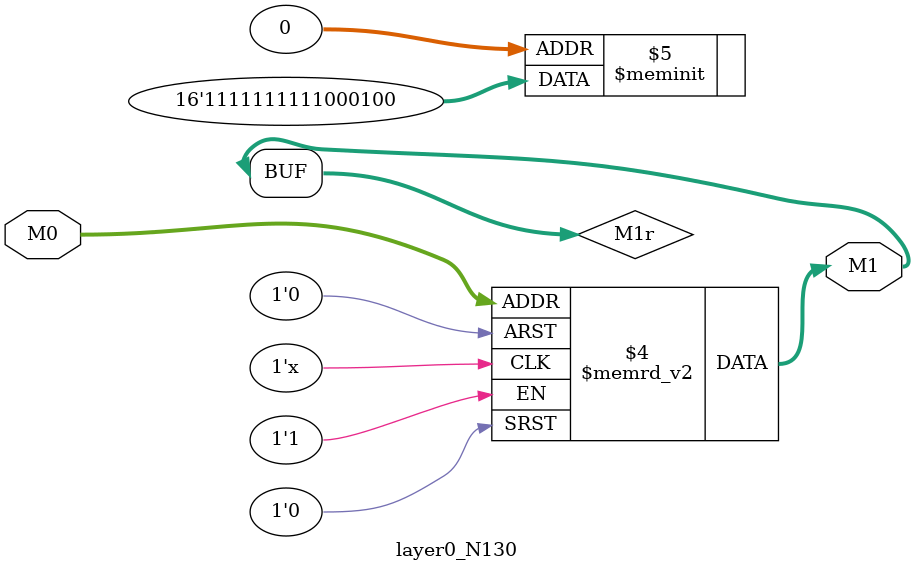
<source format=v>
module layer0_N130 ( input [2:0] M0, output [1:0] M1 );

	(*rom_style = "distributed" *) reg [1:0] M1r;
	assign M1 = M1r;
	always @ (M0) begin
		case (M0)
			3'b000: M1r = 2'b00;
			3'b100: M1r = 2'b11;
			3'b010: M1r = 2'b00;
			3'b110: M1r = 2'b11;
			3'b001: M1r = 2'b01;
			3'b101: M1r = 2'b11;
			3'b011: M1r = 2'b11;
			3'b111: M1r = 2'b11;

		endcase
	end
endmodule

</source>
